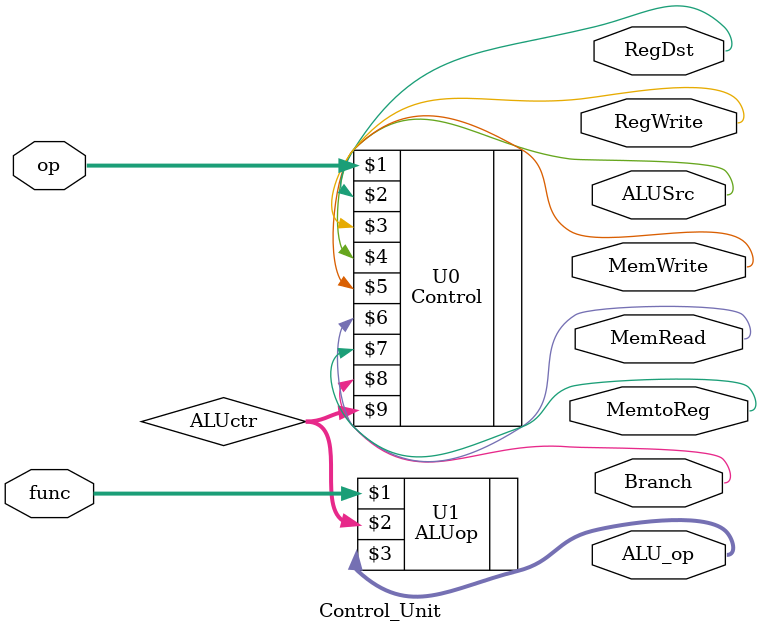
<source format=v>
`timescale 1ns / 1ps
module Control_Unit(
   input [5:0] op , func,
	output RegDst , RegWrite , ALUSrc ,
   output MemWrite,MemRead , MemtoReg ,
	output Branch , 
	output [2:0] ALU_op
    );
   
	wire [1:0] ALUctr;

   Control U0( op,RegDst,RegWrite,ALUSrc ,MemWrite,MemRead , MemtoReg ,Branch ,  ALUctr);

	ALUop U1(func,ALUctr,ALU_op); 
	
endmodule

</source>
